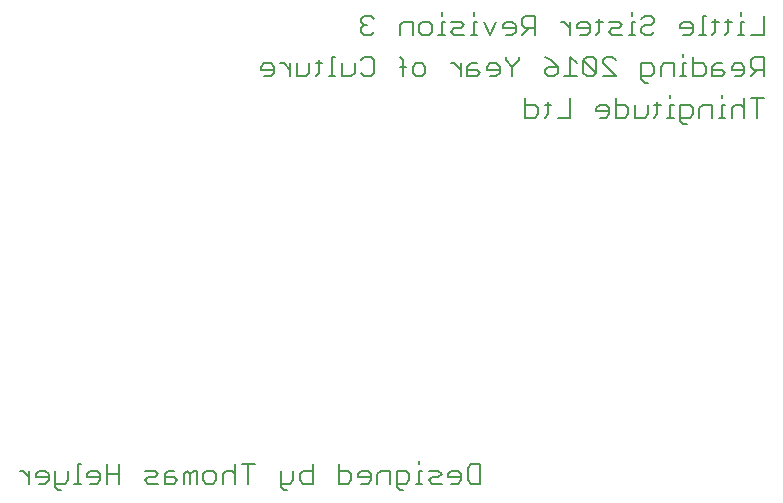
<source format=gbo>
G75*
%MOIN*%
%OFA0B0*%
%FSLAX25Y25*%
%IPPOS*%
%LPD*%
%AMOC8*
5,1,8,0,0,1.08239X$1,22.5*
%
%ADD10C,0.00600*%
D10*
X0008405Y0009974D02*
X0008405Y0014244D01*
X0008405Y0012109D02*
X0006270Y0014244D01*
X0005202Y0014244D01*
X0010580Y0013177D02*
X0010580Y0012109D01*
X0014850Y0012109D01*
X0014850Y0011042D02*
X0014850Y0013177D01*
X0013783Y0014244D01*
X0011648Y0014244D01*
X0010580Y0013177D01*
X0011648Y0009974D02*
X0013783Y0009974D01*
X0014850Y0011042D01*
X0017026Y0009974D02*
X0020228Y0009974D01*
X0021296Y0011042D01*
X0021296Y0014244D01*
X0024525Y0016379D02*
X0024525Y0009974D01*
X0023458Y0009974D02*
X0025593Y0009974D01*
X0027768Y0012109D02*
X0032038Y0012109D01*
X0032038Y0011042D02*
X0032038Y0013177D01*
X0030971Y0014244D01*
X0028836Y0014244D01*
X0027768Y0013177D01*
X0027768Y0012109D01*
X0028836Y0009974D02*
X0030971Y0009974D01*
X0032038Y0011042D01*
X0034214Y0009974D02*
X0034214Y0016379D01*
X0034214Y0013177D02*
X0038484Y0013177D01*
X0038484Y0016379D02*
X0038484Y0009974D01*
X0047105Y0011042D02*
X0048172Y0012109D01*
X0050307Y0012109D01*
X0051375Y0013177D01*
X0050307Y0014244D01*
X0047105Y0014244D01*
X0047105Y0011042D02*
X0048172Y0009974D01*
X0051375Y0009974D01*
X0053550Y0009974D02*
X0053550Y0013177D01*
X0054618Y0014244D01*
X0056753Y0014244D01*
X0056753Y0012109D02*
X0053550Y0012109D01*
X0053550Y0009974D02*
X0056753Y0009974D01*
X0057820Y0011042D01*
X0056753Y0012109D01*
X0059996Y0013177D02*
X0059996Y0009974D01*
X0062131Y0009974D02*
X0062131Y0013177D01*
X0061063Y0014244D01*
X0059996Y0013177D01*
X0062131Y0013177D02*
X0063198Y0014244D01*
X0064266Y0014244D01*
X0064266Y0009974D01*
X0066441Y0011042D02*
X0066441Y0013177D01*
X0067509Y0014244D01*
X0069644Y0014244D01*
X0070711Y0013177D01*
X0070711Y0011042D01*
X0069644Y0009974D01*
X0067509Y0009974D01*
X0066441Y0011042D01*
X0072887Y0009974D02*
X0072887Y0013177D01*
X0073954Y0014244D01*
X0076089Y0014244D01*
X0077157Y0013177D01*
X0077157Y0016379D02*
X0077157Y0009974D01*
X0081467Y0009974D02*
X0081467Y0016379D01*
X0083602Y0016379D02*
X0079332Y0016379D01*
X0092223Y0014244D02*
X0092223Y0008906D01*
X0093291Y0007839D01*
X0094358Y0007839D01*
X0095426Y0009974D02*
X0092223Y0009974D01*
X0095426Y0009974D02*
X0096493Y0011042D01*
X0096493Y0014244D01*
X0098669Y0013177D02*
X0099736Y0014244D01*
X0102939Y0014244D01*
X0102939Y0016379D02*
X0102939Y0009974D01*
X0099736Y0009974D01*
X0098669Y0011042D01*
X0098669Y0013177D01*
X0111559Y0014244D02*
X0114762Y0014244D01*
X0115830Y0013177D01*
X0115830Y0011042D01*
X0114762Y0009974D01*
X0111559Y0009974D01*
X0111559Y0016379D01*
X0118005Y0013177D02*
X0118005Y0012109D01*
X0122275Y0012109D01*
X0122275Y0011042D02*
X0122275Y0013177D01*
X0121208Y0014244D01*
X0119073Y0014244D01*
X0118005Y0013177D01*
X0119073Y0009974D02*
X0121208Y0009974D01*
X0122275Y0011042D01*
X0124450Y0009974D02*
X0124450Y0013177D01*
X0125518Y0014244D01*
X0128721Y0014244D01*
X0128721Y0009974D01*
X0130896Y0009974D02*
X0134099Y0009974D01*
X0135166Y0011042D01*
X0135166Y0013177D01*
X0134099Y0014244D01*
X0130896Y0014244D01*
X0130896Y0008906D01*
X0131964Y0007839D01*
X0133031Y0007839D01*
X0137328Y0009974D02*
X0139463Y0009974D01*
X0138396Y0009974D02*
X0138396Y0014244D01*
X0139463Y0014244D01*
X0141638Y0014244D02*
X0144841Y0014244D01*
X0145909Y0013177D01*
X0144841Y0012109D01*
X0142706Y0012109D01*
X0141638Y0011042D01*
X0142706Y0009974D01*
X0145909Y0009974D01*
X0148084Y0012109D02*
X0152354Y0012109D01*
X0152354Y0011042D02*
X0152354Y0013177D01*
X0151287Y0014244D01*
X0149152Y0014244D01*
X0148084Y0013177D01*
X0148084Y0012109D01*
X0149152Y0009974D02*
X0151287Y0009974D01*
X0152354Y0011042D01*
X0154529Y0011042D02*
X0154529Y0015312D01*
X0155597Y0016379D01*
X0158800Y0016379D01*
X0158800Y0009974D01*
X0155597Y0009974D01*
X0154529Y0011042D01*
X0138396Y0016379D02*
X0138396Y0017447D01*
X0025593Y0016379D02*
X0024525Y0016379D01*
X0017026Y0014244D02*
X0017026Y0008906D01*
X0018093Y0007839D01*
X0019161Y0007839D01*
X0173820Y0132021D02*
X0177023Y0132021D01*
X0178091Y0133089D01*
X0178091Y0135224D01*
X0177023Y0136292D01*
X0173820Y0136292D01*
X0173820Y0138427D02*
X0173820Y0132021D01*
X0180252Y0132021D02*
X0181320Y0133089D01*
X0181320Y0137359D01*
X0182388Y0136292D02*
X0180252Y0136292D01*
X0184563Y0132021D02*
X0188833Y0132021D01*
X0188833Y0138427D01*
X0188846Y0145801D02*
X0188846Y0152206D01*
X0190982Y0150071D01*
X0193157Y0151139D02*
X0193157Y0146868D01*
X0194224Y0145801D01*
X0196359Y0145801D01*
X0197427Y0146868D01*
X0193157Y0151139D01*
X0194224Y0152206D01*
X0196359Y0152206D01*
X0197427Y0151139D01*
X0197427Y0146868D01*
X0199602Y0145801D02*
X0203873Y0145801D01*
X0199602Y0150071D01*
X0199602Y0151139D01*
X0200670Y0152206D01*
X0202805Y0152206D01*
X0203873Y0151139D01*
X0202818Y0159580D02*
X0201751Y0160648D01*
X0202818Y0161715D01*
X0204953Y0161715D01*
X0206021Y0162783D01*
X0204953Y0163851D01*
X0201751Y0163851D01*
X0199576Y0163851D02*
X0197440Y0163851D01*
X0198508Y0164918D02*
X0198508Y0160648D01*
X0197440Y0159580D01*
X0195279Y0160648D02*
X0195279Y0162783D01*
X0194211Y0163851D01*
X0192076Y0163851D01*
X0191008Y0162783D01*
X0191008Y0161715D01*
X0195279Y0161715D01*
X0195279Y0160648D02*
X0194211Y0159580D01*
X0192076Y0159580D01*
X0188833Y0159580D02*
X0188833Y0163851D01*
X0186698Y0163851D02*
X0188833Y0161715D01*
X0186698Y0163851D02*
X0185630Y0163851D01*
X0177016Y0165986D02*
X0177016Y0159580D01*
X0177016Y0161715D02*
X0173814Y0161715D01*
X0172746Y0162783D01*
X0172746Y0164918D01*
X0173814Y0165986D01*
X0177016Y0165986D01*
X0174881Y0161715D02*
X0172746Y0159580D01*
X0170571Y0160648D02*
X0170571Y0162783D01*
X0169503Y0163851D01*
X0167368Y0163851D01*
X0166300Y0162783D01*
X0166300Y0161715D01*
X0170571Y0161715D01*
X0170571Y0160648D02*
X0169503Y0159580D01*
X0167368Y0159580D01*
X0164125Y0163851D02*
X0161990Y0159580D01*
X0159855Y0163851D01*
X0157680Y0163851D02*
X0156612Y0163851D01*
X0156612Y0159580D01*
X0155545Y0159580D02*
X0157680Y0159580D01*
X0153383Y0159580D02*
X0150180Y0159580D01*
X0149112Y0160648D01*
X0150180Y0161715D01*
X0152315Y0161715D01*
X0153383Y0162783D01*
X0152315Y0163851D01*
X0149112Y0163851D01*
X0146937Y0163851D02*
X0145870Y0163851D01*
X0145870Y0159580D01*
X0146937Y0159580D02*
X0144802Y0159580D01*
X0142640Y0160648D02*
X0141573Y0159580D01*
X0139438Y0159580D01*
X0138370Y0160648D01*
X0138370Y0162783D01*
X0139438Y0163851D01*
X0141573Y0163851D01*
X0142640Y0162783D01*
X0142640Y0160648D01*
X0145870Y0165986D02*
X0145870Y0167053D01*
X0136195Y0163851D02*
X0132992Y0163851D01*
X0131924Y0162783D01*
X0131924Y0159580D01*
X0136195Y0159580D02*
X0136195Y0163851D01*
X0131911Y0152206D02*
X0132979Y0151139D01*
X0132979Y0145801D01*
X0136221Y0146868D02*
X0136221Y0149004D01*
X0137289Y0150071D01*
X0139424Y0150071D01*
X0140492Y0149004D01*
X0140492Y0146868D01*
X0139424Y0145801D01*
X0137289Y0145801D01*
X0136221Y0146868D01*
X0134046Y0149004D02*
X0131911Y0149004D01*
X0123304Y0151139D02*
X0123304Y0146868D01*
X0122236Y0145801D01*
X0120101Y0145801D01*
X0119033Y0146868D01*
X0116858Y0146868D02*
X0115791Y0145801D01*
X0112588Y0145801D01*
X0112588Y0150071D01*
X0110413Y0152206D02*
X0109345Y0152206D01*
X0109345Y0145801D01*
X0108278Y0145801D02*
X0110413Y0145801D01*
X0105048Y0146868D02*
X0103981Y0145801D01*
X0105048Y0146868D02*
X0105048Y0151139D01*
X0103981Y0150071D02*
X0106116Y0150071D01*
X0101819Y0150071D02*
X0101819Y0146868D01*
X0100751Y0145801D01*
X0097548Y0145801D01*
X0097548Y0150071D01*
X0095373Y0150071D02*
X0095373Y0145801D01*
X0095373Y0147936D02*
X0093238Y0150071D01*
X0092171Y0150071D01*
X0090002Y0149004D02*
X0088934Y0150071D01*
X0086799Y0150071D01*
X0085732Y0149004D01*
X0085732Y0147936D01*
X0090002Y0147936D01*
X0090002Y0146868D02*
X0090002Y0149004D01*
X0090002Y0146868D02*
X0088934Y0145801D01*
X0086799Y0145801D01*
X0116858Y0146868D02*
X0116858Y0150071D01*
X0119033Y0151139D02*
X0120101Y0152206D01*
X0122236Y0152206D01*
X0123304Y0151139D01*
X0122236Y0159580D02*
X0120101Y0159580D01*
X0119033Y0160648D01*
X0119033Y0161715D01*
X0120101Y0162783D01*
X0121169Y0162783D01*
X0120101Y0162783D02*
X0119033Y0163851D01*
X0119033Y0164918D01*
X0120101Y0165986D01*
X0122236Y0165986D01*
X0123304Y0164918D01*
X0123304Y0160648D02*
X0122236Y0159580D01*
X0149106Y0150071D02*
X0150173Y0150071D01*
X0152309Y0147936D01*
X0152309Y0145801D02*
X0152309Y0150071D01*
X0154484Y0149004D02*
X0154484Y0145801D01*
X0157686Y0145801D01*
X0158754Y0146868D01*
X0157686Y0147936D01*
X0154484Y0147936D01*
X0154484Y0149004D02*
X0155551Y0150071D01*
X0157686Y0150071D01*
X0160929Y0149004D02*
X0160929Y0147936D01*
X0165200Y0147936D01*
X0165200Y0146868D02*
X0165200Y0149004D01*
X0164132Y0150071D01*
X0161997Y0150071D01*
X0160929Y0149004D01*
X0161997Y0145801D02*
X0164132Y0145801D01*
X0165200Y0146868D01*
X0169510Y0145801D02*
X0169510Y0149004D01*
X0167375Y0151139D01*
X0167375Y0152206D01*
X0169510Y0149004D02*
X0171645Y0151139D01*
X0171645Y0152206D01*
X0180266Y0152206D02*
X0182401Y0151139D01*
X0184536Y0149004D01*
X0181333Y0149004D01*
X0180266Y0147936D01*
X0180266Y0146868D01*
X0181333Y0145801D01*
X0183468Y0145801D01*
X0184536Y0146868D01*
X0184536Y0149004D01*
X0186711Y0145801D02*
X0190982Y0145801D01*
X0198521Y0136292D02*
X0197454Y0135224D01*
X0197454Y0134156D01*
X0201724Y0134156D01*
X0201724Y0133089D02*
X0201724Y0135224D01*
X0200656Y0136292D01*
X0198521Y0136292D01*
X0201724Y0133089D02*
X0200656Y0132021D01*
X0198521Y0132021D01*
X0203899Y0132021D02*
X0207102Y0132021D01*
X0208170Y0133089D01*
X0208170Y0135224D01*
X0207102Y0136292D01*
X0203899Y0136292D01*
X0203899Y0138427D02*
X0203899Y0132021D01*
X0210345Y0132021D02*
X0210345Y0136292D01*
X0214615Y0136292D02*
X0214615Y0133089D01*
X0213547Y0132021D01*
X0210345Y0132021D01*
X0216777Y0132021D02*
X0217844Y0133089D01*
X0217844Y0137359D01*
X0216777Y0136292D02*
X0218912Y0136292D01*
X0222141Y0136292D02*
X0222141Y0132021D01*
X0221074Y0132021D02*
X0223209Y0132021D01*
X0225384Y0132021D02*
X0228587Y0132021D01*
X0229654Y0133089D01*
X0229654Y0135224D01*
X0228587Y0136292D01*
X0225384Y0136292D01*
X0225384Y0130954D01*
X0226452Y0129886D01*
X0227519Y0129886D01*
X0231830Y0132021D02*
X0231830Y0135224D01*
X0232897Y0136292D01*
X0236100Y0136292D01*
X0236100Y0132021D01*
X0238262Y0132021D02*
X0240397Y0132021D01*
X0239329Y0132021D02*
X0239329Y0136292D01*
X0240397Y0136292D01*
X0239329Y0138427D02*
X0239329Y0139494D01*
X0242572Y0135224D02*
X0242572Y0132021D01*
X0246842Y0132021D02*
X0246842Y0138427D01*
X0249018Y0138427D02*
X0253288Y0138427D01*
X0251153Y0138427D02*
X0251153Y0132021D01*
X0246842Y0135224D02*
X0245775Y0136292D01*
X0243640Y0136292D01*
X0242572Y0135224D01*
X0243640Y0145801D02*
X0245775Y0145801D01*
X0246842Y0146868D01*
X0246842Y0149004D01*
X0245775Y0150071D01*
X0243640Y0150071D01*
X0242572Y0149004D01*
X0242572Y0147936D01*
X0246842Y0147936D01*
X0249018Y0149004D02*
X0250085Y0147936D01*
X0253288Y0147936D01*
X0251153Y0147936D02*
X0249018Y0145801D01*
X0253288Y0145801D02*
X0253288Y0152206D01*
X0250085Y0152206D01*
X0249018Y0151139D01*
X0249018Y0149004D01*
X0240397Y0146868D02*
X0239329Y0147936D01*
X0236127Y0147936D01*
X0236127Y0149004D02*
X0236127Y0145801D01*
X0239329Y0145801D01*
X0240397Y0146868D01*
X0239329Y0150071D02*
X0237194Y0150071D01*
X0236127Y0149004D01*
X0233951Y0149004D02*
X0232884Y0150071D01*
X0229681Y0150071D01*
X0229681Y0152206D02*
X0229681Y0145801D01*
X0232884Y0145801D01*
X0233951Y0146868D01*
X0233951Y0149004D01*
X0227506Y0150071D02*
X0226438Y0150071D01*
X0226438Y0145801D01*
X0225371Y0145801D02*
X0227506Y0145801D01*
X0223209Y0145801D02*
X0223209Y0150071D01*
X0220006Y0150071D01*
X0218939Y0149004D01*
X0218939Y0145801D01*
X0216763Y0146868D02*
X0215696Y0145801D01*
X0212493Y0145801D01*
X0212493Y0144733D02*
X0212493Y0150071D01*
X0215696Y0150071D01*
X0216763Y0149004D01*
X0216763Y0146868D01*
X0214628Y0143666D02*
X0213561Y0143666D01*
X0212493Y0144733D01*
X0222141Y0139494D02*
X0222141Y0138427D01*
X0222141Y0136292D02*
X0223209Y0136292D01*
X0226438Y0152206D02*
X0226438Y0153274D01*
X0226452Y0159580D02*
X0228587Y0159580D01*
X0229654Y0160648D01*
X0229654Y0162783D01*
X0228587Y0163851D01*
X0226452Y0163851D01*
X0225384Y0162783D01*
X0225384Y0161715D01*
X0229654Y0161715D01*
X0231816Y0159580D02*
X0233951Y0159580D01*
X0232884Y0159580D02*
X0232884Y0165986D01*
X0233951Y0165986D01*
X0236113Y0163851D02*
X0238248Y0163851D01*
X0237181Y0164918D02*
X0237181Y0160648D01*
X0236113Y0159580D01*
X0240410Y0159580D02*
X0241478Y0160648D01*
X0241478Y0164918D01*
X0242545Y0163851D02*
X0240410Y0163851D01*
X0245775Y0163851D02*
X0245775Y0159580D01*
X0246842Y0159580D02*
X0244707Y0159580D01*
X0249018Y0159580D02*
X0253288Y0159580D01*
X0253288Y0165986D01*
X0246842Y0163851D02*
X0245775Y0163851D01*
X0245775Y0165986D02*
X0245775Y0167053D01*
X0216763Y0164918D02*
X0216763Y0163851D01*
X0215696Y0162783D01*
X0213561Y0162783D01*
X0212493Y0161715D01*
X0212493Y0160648D01*
X0213561Y0159580D01*
X0215696Y0159580D01*
X0216763Y0160648D01*
X0216763Y0164918D02*
X0215696Y0165986D01*
X0213561Y0165986D01*
X0212493Y0164918D01*
X0210318Y0163851D02*
X0209250Y0163851D01*
X0209250Y0159580D01*
X0208183Y0159580D02*
X0210318Y0159580D01*
X0206021Y0159580D02*
X0202818Y0159580D01*
X0209250Y0165986D02*
X0209250Y0167053D01*
X0156612Y0167053D02*
X0156612Y0165986D01*
M02*

</source>
